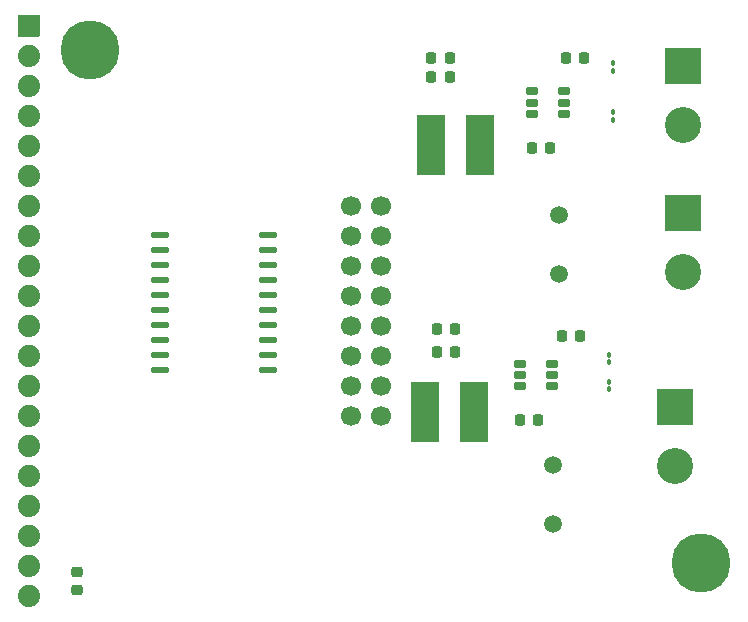
<source format=gts>
G04 #@! TF.GenerationSoftware,KiCad,Pcbnew,(6.0.2)*
G04 #@! TF.CreationDate,2022-11-08T17:00:34+01:00*
G04 #@! TF.ProjectId,PANEL_LED_HARDWARE,50414e45-4c5f-44c4-9544-5f4841524457,rev?*
G04 #@! TF.SameCoordinates,Original*
G04 #@! TF.FileFunction,Soldermask,Top*
G04 #@! TF.FilePolarity,Negative*
%FSLAX46Y46*%
G04 Gerber Fmt 4.6, Leading zero omitted, Abs format (unit mm)*
G04 Created by KiCad (PCBNEW (6.0.2)) date 2022-11-08 17:00:34*
%MOMM*%
%LPD*%
G01*
G04 APERTURE LIST*
G04 Aperture macros list*
%AMRoundRect*
0 Rectangle with rounded corners*
0 $1 Rounding radius*
0 $2 $3 $4 $5 $6 $7 $8 $9 X,Y pos of 4 corners*
0 Add a 4 corners polygon primitive as box body*
4,1,4,$2,$3,$4,$5,$6,$7,$8,$9,$2,$3,0*
0 Add four circle primitives for the rounded corners*
1,1,$1+$1,$2,$3*
1,1,$1+$1,$4,$5*
1,1,$1+$1,$6,$7*
1,1,$1+$1,$8,$9*
0 Add four rect primitives between the rounded corners*
20,1,$1+$1,$2,$3,$4,$5,0*
20,1,$1+$1,$4,$5,$6,$7,0*
20,1,$1+$1,$6,$7,$8,$9,0*
20,1,$1+$1,$8,$9,$2,$3,0*%
G04 Aperture macros list end*
%ADD10RoundRect,0.225000X-0.225000X-0.250000X0.225000X-0.250000X0.225000X0.250000X-0.225000X0.250000X0*%
%ADD11RoundRect,0.100000X-0.100000X0.130000X-0.100000X-0.130000X0.100000X-0.130000X0.100000X0.130000X0*%
%ADD12C,1.700000*%
%ADD13RoundRect,0.150000X-0.400000X-0.150000X0.400000X-0.150000X0.400000X0.150000X-0.400000X0.150000X0*%
%ADD14RoundRect,0.225000X0.225000X0.250000X-0.225000X0.250000X-0.225000X-0.250000X0.225000X-0.250000X0*%
%ADD15C,1.500000*%
%ADD16C,5.000000*%
%ADD17C,3.048000*%
%ADD18R,3.048000X3.048000*%
%ADD19RoundRect,0.050800X-0.889000X0.889000X-0.889000X-0.889000X0.889000X-0.889000X0.889000X0.889000X0*%
%ADD20C,1.879600*%
%ADD21RoundRect,0.225000X-0.250000X0.225000X-0.250000X-0.225000X0.250000X-0.225000X0.250000X0.225000X0*%
%ADD22R,2.350000X5.100000*%
%ADD23RoundRect,0.127500X-0.630000X0.127500X-0.630000X-0.127500X0.630000X-0.127500X0.630000X0.127500X0*%
G04 APERTURE END LIST*
D10*
X122000000Y-49900000D03*
X123550000Y-49900000D03*
X122475000Y-72850000D03*
X124025000Y-72850000D03*
D11*
X137085000Y-77340000D03*
X137085000Y-77980000D03*
X137370000Y-54490000D03*
X137370000Y-55130000D03*
D12*
X117746000Y-80222000D03*
X115206000Y-80222000D03*
X117746000Y-77682000D03*
X115206000Y-77682000D03*
X117746000Y-75142000D03*
X115206000Y-75142000D03*
X117746000Y-72602000D03*
X115206000Y-72602000D03*
X117746000Y-70062000D03*
X115206000Y-70062000D03*
X117746000Y-67522000D03*
X115206000Y-67522000D03*
X117746000Y-64982000D03*
X115206000Y-64982000D03*
X117746000Y-62442000D03*
X115206000Y-62442000D03*
D13*
X129490000Y-75800000D03*
X129490000Y-76750000D03*
X129490000Y-77700000D03*
X132190000Y-77700000D03*
X132190000Y-76750000D03*
X132190000Y-75800000D03*
D14*
X134590000Y-73475000D03*
X133040000Y-73475000D03*
D15*
X132334000Y-89368000D03*
X132334000Y-84368000D03*
D10*
X129475000Y-80550000D03*
X131025000Y-80550000D03*
D11*
X137055000Y-75040000D03*
X137055000Y-75680000D03*
D16*
X144796000Y-92670000D03*
D17*
X143315000Y-68035000D03*
D18*
X143315000Y-63035000D03*
D16*
X93105000Y-49266000D03*
D15*
X132840000Y-68240000D03*
X132840000Y-63240000D03*
D19*
X87930000Y-47220000D03*
D20*
X87930000Y-49760000D03*
X87930000Y-52300000D03*
X87930000Y-54840000D03*
X87930000Y-57380000D03*
X87930000Y-59920000D03*
X87930000Y-62460000D03*
X87930000Y-65000000D03*
X87930000Y-67540000D03*
X87930000Y-70080000D03*
X87930000Y-72620000D03*
X87930000Y-75160000D03*
X87930000Y-77700000D03*
X87930000Y-80240000D03*
X87930000Y-82780000D03*
X87930000Y-85320000D03*
X87930000Y-87860000D03*
X87930000Y-90400000D03*
X87930000Y-92940000D03*
X87930000Y-95480000D03*
D21*
X91990000Y-93445000D03*
X91990000Y-94995000D03*
D14*
X134935000Y-49940000D03*
X133385000Y-49940000D03*
D18*
X143315000Y-50605000D03*
D17*
X143315000Y-55605000D03*
D11*
X137350000Y-50375000D03*
X137350000Y-51015000D03*
D10*
X122480000Y-74825000D03*
X124030000Y-74825000D03*
D22*
X125605000Y-79855000D03*
X121455000Y-79855000D03*
X126105000Y-57300000D03*
X121955000Y-57300000D03*
D10*
X121995000Y-51570000D03*
X123545000Y-51570000D03*
D13*
X130510000Y-52745000D03*
X130510000Y-53695000D03*
X130510000Y-54645000D03*
X133210000Y-54645000D03*
X133210000Y-53695000D03*
X133210000Y-52745000D03*
D23*
X108135000Y-76370000D03*
X108135000Y-75100000D03*
X108135000Y-73830000D03*
X108135000Y-72560000D03*
X108135000Y-71290000D03*
X108135000Y-70020000D03*
X108135000Y-68750000D03*
X108135000Y-67480000D03*
X108135000Y-66210000D03*
X108135000Y-64940000D03*
X99020000Y-76370000D03*
X99020000Y-75100000D03*
X99020000Y-73830000D03*
X99020000Y-72560000D03*
X99020000Y-71290000D03*
X99020000Y-70020000D03*
X99020000Y-68750000D03*
X99020000Y-67480000D03*
X99020000Y-66210000D03*
X99020000Y-64940000D03*
D18*
X142655000Y-79445000D03*
D17*
X142655000Y-84445000D03*
D10*
X130500000Y-57500000D03*
X132050000Y-57500000D03*
M02*

</source>
